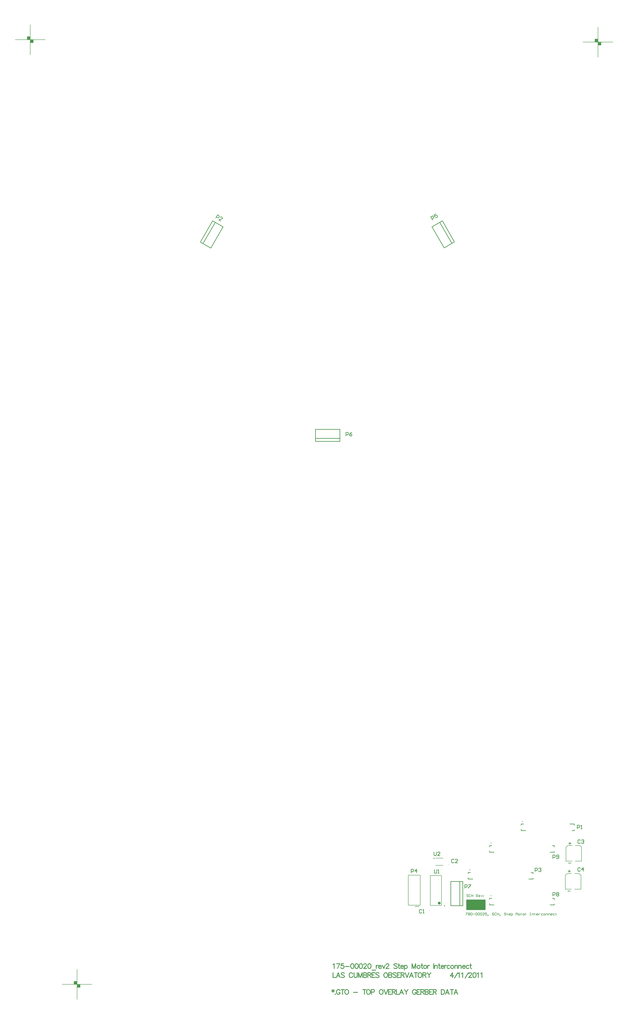
<source format=gto>
%FSLAX23Y23*%
%MOIN*%
G70*
G01*
G75*
G04 Layer_Color=65535*
%ADD10R,0.050X0.050*%
%ADD11R,0.022X0.085*%
%ADD12R,0.030X0.125*%
%ADD13O,0.069X0.012*%
%ADD14R,0.071X0.075*%
%ADD15O,0.024X0.010*%
%ADD16R,0.050X0.050*%
%ADD17C,0.010*%
%ADD18C,0.025*%
%ADD19C,0.030*%
%ADD20C,0.020*%
%ADD21C,0.005*%
%ADD22C,0.012*%
%ADD23C,0.008*%
%ADD24C,0.012*%
%ADD25C,0.012*%
%ADD26R,0.059X0.059*%
%ADD27C,0.059*%
%ADD28P,0.084X4X285.0*%
%ADD29C,0.047*%
%ADD30C,0.024*%
%ADD31R,0.059X0.059*%
%ADD32P,0.084X4X165.0*%
%ADD33C,0.134*%
%ADD34C,0.030*%
%ADD35C,0.050*%
%ADD36C,0.075*%
%ADD37C,0.010*%
%ADD38C,0.010*%
%ADD39C,0.024*%
%ADD40C,0.008*%
%ADD41C,0.007*%
%ADD42R,0.323X0.177*%
D17*
X41339Y21494D02*
X41331D01*
X41339D01*
X42222Y22299D02*
X42214D01*
X42222D01*
X41694Y21939D02*
X41686D01*
X41694D01*
Y21064D02*
X41686D01*
X41694D01*
X36851Y31941D02*
X37054Y32292D01*
X37024Y31841D02*
X37227Y32192D01*
X36851Y31941D02*
X37024Y31841D01*
X37054Y32292D02*
X37227Y32192D01*
X36894Y31916D02*
X37097Y32267D01*
X42390Y21356D02*
X42390Y21341D01*
Y21427D02*
Y21451D01*
X41311Y21341D02*
Y21364D01*
Y21431D02*
Y21451D01*
X41350D01*
X42358D02*
X42390D01*
X42319Y21341D02*
X42390D01*
X41311D02*
X41386D01*
X43076Y22146D02*
Y22161D01*
Y22232D02*
Y22256D01*
X42194Y22146D02*
Y22169D01*
Y22236D02*
Y22256D01*
X42234D01*
X43005D02*
X43076D01*
X43041Y22146D02*
X43076D01*
X42194D02*
X42269D01*
X42745Y21786D02*
Y21801D01*
Y21872D02*
Y21896D01*
X41666Y21809D02*
X41666Y21786D01*
Y21876D02*
Y21896D01*
X41705D01*
X42713D02*
X42745D01*
X42674Y21786D02*
X42745D01*
X41666D02*
X41741D01*
X42745Y20911D02*
X42745Y20926D01*
X42745Y20997D02*
Y21021D01*
X41666Y20934D02*
X41666Y20911D01*
X41666Y21001D02*
Y21021D01*
X41705Y21021D01*
X42713D02*
X42745D01*
X42674Y20911D02*
X42745D01*
X41666D02*
X41741D01*
X41220Y20896D02*
Y21301D01*
X41020Y20896D02*
Y21301D01*
X41220D01*
X41020Y20896D02*
X41220D01*
X41170D02*
Y21301D01*
X38768Y28624D02*
X39173D01*
X38768Y28824D02*
X39173D01*
Y28624D02*
Y28824D01*
X38768D02*
X38768Y28624D01*
Y28674D02*
X39173D01*
X40879Y32292D02*
X41082Y31942D01*
X40706Y32192D02*
X40909Y31842D01*
X40706Y32192D02*
X40879Y32292D01*
X40909Y31842D02*
X41082Y31942D01*
X40836Y32267D02*
X41039Y31917D01*
X40536Y20824D02*
X40526Y20834D01*
X40506D01*
X40496Y20824D01*
Y20784D01*
X40506Y20774D01*
X40526D01*
X40536Y20784D01*
X40556Y20774D02*
X40576D01*
X40566D01*
Y20834D01*
X40556Y20824D01*
X41074Y21658D02*
X41064Y21668D01*
X41044D01*
X41034Y21658D01*
Y21618D01*
X41044Y21608D01*
X41064D01*
X41074Y21618D01*
X41134Y21608D02*
X41094D01*
X41134Y21648D01*
Y21658D01*
X41124Y21668D01*
X41104D01*
X41094Y21658D01*
X43176Y21984D02*
X43166Y21994D01*
X43146D01*
X43136Y21984D01*
Y21944D01*
X43146Y21934D01*
X43166D01*
X43176Y21944D01*
X43196Y21984D02*
X43206Y21994D01*
X43226D01*
X43236Y21984D01*
Y21974D01*
X43226Y21964D01*
X43216D01*
X43226D01*
X43236Y21954D01*
Y21944D01*
X43226Y21934D01*
X43206D01*
X43196Y21944D01*
X43176Y21520D02*
X43166Y21530D01*
X43146D01*
X43136Y21520D01*
Y21480D01*
X43146Y21470D01*
X43166D01*
X43176Y21480D01*
X43226Y21470D02*
Y21530D01*
X43196Y21500D01*
X43236D01*
X43126Y22175D02*
Y22235D01*
X43156D01*
X43166Y22225D01*
Y22205D01*
X43156Y22195D01*
X43126D01*
X43186Y22175D02*
X43206D01*
X43196D01*
Y22235D01*
X43186Y22225D01*
X37106Y32341D02*
X37136Y32393D01*
X37162Y32378D01*
X37165Y32364D01*
X37155Y32347D01*
X37142Y32343D01*
X37116Y32358D01*
X37192Y32291D02*
X37157Y32311D01*
X37212Y32326D01*
X37217Y32334D01*
X37213Y32348D01*
X37196Y32358D01*
X37182Y32354D01*
X42423Y21463D02*
Y21523D01*
X42453D01*
X42463Y21513D01*
Y21493D01*
X42453Y21483D01*
X42423D01*
X42483Y21513D02*
X42493Y21523D01*
X42513D01*
X42523Y21513D01*
Y21503D01*
X42513Y21493D01*
X42503D01*
X42513D01*
X42523Y21483D01*
Y21473D01*
X42513Y21463D01*
X42493D01*
X42483Y21473D01*
X40362Y21442D02*
Y21502D01*
X40392D01*
X40402Y21492D01*
Y21472D01*
X40392Y21462D01*
X40362D01*
X40452Y21442D02*
Y21502D01*
X40422Y21472D01*
X40462D01*
X40718Y32307D02*
X40688Y32359D01*
X40714Y32374D01*
X40727Y32370D01*
X40737Y32353D01*
X40734Y32339D01*
X40708Y32324D01*
X40774Y32409D02*
X40740Y32389D01*
X40755Y32363D01*
X40767Y32382D01*
X40775Y32387D01*
X40789Y32383D01*
X40799Y32366D01*
X40795Y32352D01*
X40778Y32342D01*
X40764Y32346D01*
X39275Y28712D02*
Y28772D01*
X39305D01*
X39315Y28762D01*
Y28742D01*
X39305Y28732D01*
X39275D01*
X39375Y28772D02*
X39355Y28762D01*
X39335Y28742D01*
Y28722D01*
X39345Y28712D01*
X39365D01*
X39375Y28722D01*
Y28732D01*
X39365Y28742D01*
X39335D01*
X41253Y21185D02*
Y21245D01*
X41283D01*
X41293Y21235D01*
Y21215D01*
X41283Y21205D01*
X41253D01*
X41313Y21245D02*
X41353D01*
Y21235D01*
X41313Y21195D01*
Y21185D01*
X42721Y21055D02*
Y21115D01*
X42751D01*
X42761Y21105D01*
Y21085D01*
X42751Y21075D01*
X42721D01*
X42781Y21105D02*
X42791Y21115D01*
X42811D01*
X42821Y21105D01*
Y21095D01*
X42811Y21085D01*
X42821Y21075D01*
Y21065D01*
X42811Y21055D01*
X42791D01*
X42781Y21065D01*
Y21075D01*
X42791Y21085D01*
X42781Y21095D01*
Y21105D01*
X42791Y21085D02*
X42811D01*
X42719Y21679D02*
Y21739D01*
X42749D01*
X42759Y21729D01*
Y21709D01*
X42749Y21699D01*
X42719D01*
X42779Y21689D02*
X42789Y21679D01*
X42809D01*
X42819Y21689D01*
Y21729D01*
X42809Y21739D01*
X42789D01*
X42779Y21729D01*
Y21719D01*
X42789Y21709D01*
X42819D01*
X40746Y21495D02*
Y21445D01*
X40756Y21435D01*
X40776D01*
X40786Y21445D01*
Y21495D01*
X40806Y21435D02*
X40826D01*
X40816D01*
Y21495D01*
X40806Y21485D01*
X40742Y21791D02*
Y21741D01*
X40752Y21731D01*
X40772D01*
X40782Y21741D01*
Y21791D01*
X40842Y21731D02*
X40802D01*
X40842Y21771D01*
Y21781D01*
X40832Y21791D01*
X40812D01*
X40802Y21781D01*
X43020Y21606D02*
X42980D01*
X43023Y21933D02*
X42983D01*
X43003Y21913D02*
Y21953D01*
X43010Y21141D02*
X42970D01*
X43013Y21468D02*
X42973D01*
X42993Y21448D02*
Y21488D01*
D21*
X41313Y21076D02*
X41306Y21083D01*
X41293D01*
X41286Y21076D01*
Y21070D01*
X41293Y21063D01*
X41306D01*
X41313Y21056D01*
Y21050D01*
X41306Y21043D01*
X41293D01*
X41286Y21050D01*
X41352Y21076D02*
X41346Y21083D01*
X41332D01*
X41326Y21076D01*
Y21050D01*
X41332Y21043D01*
X41346D01*
X41352Y21050D01*
X41366Y21083D02*
Y21043D01*
Y21063D01*
X41392D01*
Y21083D01*
Y21043D01*
X41446D02*
Y21083D01*
X41466D01*
X41472Y21076D01*
Y21063D01*
X41466Y21056D01*
X41446D01*
X41459D02*
X41472Y21043D01*
X41506D02*
X41492D01*
X41486Y21050D01*
Y21063D01*
X41492Y21070D01*
X41506D01*
X41512Y21063D01*
Y21056D01*
X41486D01*
X41526Y21070D02*
X41539Y21043D01*
X41552Y21070D01*
X41566D02*
X41572D01*
Y21063D01*
X41566D01*
Y21070D01*
Y21050D02*
X41572D01*
Y21043D01*
X41566D01*
Y21050D01*
X41274Y20776D02*
X41301D01*
Y20769D01*
X41274Y20742D01*
Y20736D01*
X41314Y20769D02*
X41321Y20776D01*
X41334D01*
X41341Y20769D01*
Y20762D01*
X41334Y20756D01*
X41341Y20749D01*
Y20742D01*
X41334Y20736D01*
X41321D01*
X41314Y20742D01*
Y20749D01*
X41321Y20756D01*
X41314Y20762D01*
Y20769D01*
X41321Y20756D02*
X41334D01*
X41354Y20769D02*
X41361Y20776D01*
X41374D01*
X41381Y20769D01*
Y20742D01*
X41374Y20736D01*
X41361D01*
X41354Y20742D01*
Y20769D01*
X41394Y20756D02*
X41421D01*
X41434Y20769D02*
X41441Y20776D01*
X41454D01*
X41461Y20769D01*
Y20742D01*
X41454Y20736D01*
X41441D01*
X41434Y20742D01*
Y20769D01*
X41474D02*
X41481Y20776D01*
X41494D01*
X41501Y20769D01*
Y20742D01*
X41494Y20736D01*
X41481D01*
X41474Y20742D01*
Y20769D01*
X41514D02*
X41521Y20776D01*
X41534D01*
X41541Y20769D01*
Y20742D01*
X41534Y20736D01*
X41521D01*
X41514Y20742D01*
Y20769D01*
X41581Y20736D02*
X41554D01*
X41581Y20762D01*
Y20769D01*
X41574Y20776D01*
X41561D01*
X41554Y20769D01*
X41621Y20776D02*
X41594D01*
Y20756D01*
X41607Y20762D01*
X41614D01*
X41621Y20756D01*
Y20742D01*
X41614Y20736D01*
X41601D01*
X41594Y20742D01*
X41641Y20729D02*
X41647Y20736D01*
Y20742D01*
X41641D01*
Y20736D01*
X41647D01*
X41641Y20729D01*
X41634Y20722D01*
X41741Y20769D02*
X41734Y20776D01*
X41721D01*
X41714Y20769D01*
Y20762D01*
X41721Y20756D01*
X41734D01*
X41741Y20749D01*
Y20742D01*
X41734Y20736D01*
X41721D01*
X41714Y20742D01*
X41781Y20769D02*
X41774Y20776D01*
X41761D01*
X41754Y20769D01*
Y20742D01*
X41761Y20736D01*
X41774D01*
X41781Y20742D01*
X41794Y20776D02*
Y20736D01*
Y20756D01*
X41821D01*
Y20776D01*
Y20736D01*
X41841Y20729D02*
X41847Y20736D01*
Y20742D01*
X41841D01*
Y20736D01*
X41847D01*
X41841Y20729D01*
X41834Y20722D01*
X41940Y20769D02*
X41934Y20776D01*
X41920D01*
X41914Y20769D01*
Y20762D01*
X41920Y20756D01*
X41934D01*
X41940Y20749D01*
Y20742D01*
X41934Y20736D01*
X41920D01*
X41914Y20742D01*
X41960Y20769D02*
Y20762D01*
X41954D01*
X41967D01*
X41960D01*
Y20742D01*
X41967Y20736D01*
X42007D02*
X41994D01*
X41987Y20742D01*
Y20756D01*
X41994Y20762D01*
X42007D01*
X42014Y20756D01*
Y20749D01*
X41987D01*
X42027Y20722D02*
Y20762D01*
X42047D01*
X42054Y20756D01*
Y20742D01*
X42047Y20736D01*
X42027D01*
X42107D02*
Y20776D01*
X42120Y20762D01*
X42134Y20776D01*
Y20736D01*
X42154D02*
X42167D01*
X42174Y20742D01*
Y20756D01*
X42167Y20762D01*
X42154D01*
X42147Y20756D01*
Y20742D01*
X42154Y20736D01*
X42194Y20769D02*
Y20762D01*
X42187D01*
X42200D01*
X42194D01*
Y20742D01*
X42200Y20736D01*
X42227D02*
X42240D01*
X42247Y20742D01*
Y20756D01*
X42240Y20762D01*
X42227D01*
X42220Y20756D01*
Y20742D01*
X42227Y20736D01*
X42260Y20762D02*
Y20736D01*
Y20749D01*
X42267Y20756D01*
X42274Y20762D01*
X42280D01*
X42340Y20776D02*
X42354D01*
X42347D01*
Y20736D01*
X42340D01*
X42354D01*
X42374D02*
Y20762D01*
X42394D01*
X42400Y20756D01*
Y20736D01*
X42420Y20769D02*
Y20762D01*
X42414D01*
X42427D01*
X42420D01*
Y20742D01*
X42427Y20736D01*
X42467D02*
X42454D01*
X42447Y20742D01*
Y20756D01*
X42454Y20762D01*
X42467D01*
X42474Y20756D01*
Y20749D01*
X42447D01*
X42487Y20762D02*
Y20736D01*
Y20749D01*
X42494Y20756D01*
X42500Y20762D01*
X42507D01*
X42554D02*
X42534D01*
X42527Y20756D01*
Y20742D01*
X42534Y20736D01*
X42554D01*
X42574D02*
X42587D01*
X42594Y20742D01*
Y20756D01*
X42587Y20762D01*
X42574D01*
X42567Y20756D01*
Y20742D01*
X42574Y20736D01*
X42607D02*
Y20762D01*
X42627D01*
X42634Y20756D01*
Y20736D01*
X42647D02*
Y20762D01*
X42667D01*
X42674Y20756D01*
Y20736D01*
X42707D02*
X42694D01*
X42687Y20742D01*
Y20756D01*
X42694Y20762D01*
X42707D01*
X42714Y20756D01*
Y20749D01*
X42687D01*
X42754Y20762D02*
X42734D01*
X42727Y20756D01*
Y20742D01*
X42734Y20736D01*
X42754D01*
X42774Y20769D02*
Y20762D01*
X42767D01*
X42780D01*
X42774D01*
Y20742D01*
X42780Y20736D01*
D22*
X39060Y19499D02*
Y19453D01*
X39041Y19488D02*
X39079Y19465D01*
Y19488D02*
X39041Y19465D01*
X39099Y19427D02*
X39095Y19423D01*
X39099Y19419D01*
X39103Y19423D01*
X39099Y19427D01*
X39177Y19480D02*
X39173Y19488D01*
X39166Y19495D01*
X39158Y19499D01*
X39143D01*
X39135Y19495D01*
X39128Y19488D01*
X39124Y19480D01*
X39120Y19469D01*
Y19450D01*
X39124Y19438D01*
X39128Y19431D01*
X39135Y19423D01*
X39143Y19419D01*
X39158D01*
X39166Y19423D01*
X39173Y19431D01*
X39177Y19438D01*
Y19450D01*
X39158D02*
X39177D01*
X39222Y19499D02*
Y19419D01*
X39196Y19499D02*
X39249D01*
X39281D02*
X39274Y19495D01*
X39266Y19488D01*
X39262Y19480D01*
X39258Y19469D01*
Y19450D01*
X39262Y19438D01*
X39266Y19431D01*
X39274Y19423D01*
X39281Y19419D01*
X39297D01*
X39304Y19423D01*
X39312Y19431D01*
X39316Y19438D01*
X39319Y19450D01*
Y19469D01*
X39316Y19480D01*
X39312Y19488D01*
X39304Y19495D01*
X39297Y19499D01*
X39281D01*
X39401Y19453D02*
X39469D01*
X39583Y19499D02*
Y19419D01*
X39556Y19499D02*
X39609D01*
X39642D02*
X39634Y19495D01*
X39626Y19488D01*
X39623Y19480D01*
X39619Y19469D01*
Y19450D01*
X39623Y19438D01*
X39626Y19431D01*
X39634Y19423D01*
X39642Y19419D01*
X39657D01*
X39664Y19423D01*
X39672Y19431D01*
X39676Y19438D01*
X39680Y19450D01*
Y19469D01*
X39676Y19480D01*
X39672Y19488D01*
X39664Y19495D01*
X39657Y19499D01*
X39642D01*
X39698Y19457D02*
X39733D01*
X39744Y19461D01*
X39748Y19465D01*
X39752Y19472D01*
Y19484D01*
X39748Y19492D01*
X39744Y19495D01*
X39733Y19499D01*
X39698D01*
Y19419D01*
X39855Y19499D02*
X39848Y19495D01*
X39840Y19488D01*
X39836Y19480D01*
X39832Y19469D01*
Y19450D01*
X39836Y19438D01*
X39840Y19431D01*
X39848Y19423D01*
X39855Y19419D01*
X39870D01*
X39878Y19423D01*
X39886Y19431D01*
X39890Y19438D01*
X39893Y19450D01*
Y19469D01*
X39890Y19480D01*
X39886Y19488D01*
X39878Y19495D01*
X39870Y19499D01*
X39855D01*
X39912D02*
X39942Y19419D01*
X39973Y19499D02*
X39942Y19419D01*
X40033Y19499D02*
X39983D01*
Y19419D01*
X40033D01*
X39983Y19461D02*
X40014D01*
X40046Y19499D02*
Y19419D01*
Y19499D02*
X40080D01*
X40092Y19495D01*
X40096Y19492D01*
X40099Y19484D01*
Y19476D01*
X40096Y19469D01*
X40092Y19465D01*
X40080Y19461D01*
X40046D01*
X40073D02*
X40099Y19419D01*
X40117Y19499D02*
Y19419D01*
X40163D01*
X40233D02*
X40202Y19499D01*
X40172Y19419D01*
X40183Y19446D02*
X40221D01*
X40251Y19499D02*
X40282Y19461D01*
Y19419D01*
X40312Y19499D02*
X40282Y19461D01*
X40443Y19480D02*
X40439Y19488D01*
X40431Y19495D01*
X40424Y19499D01*
X40408D01*
X40401Y19495D01*
X40393Y19488D01*
X40389Y19480D01*
X40385Y19469D01*
Y19450D01*
X40389Y19438D01*
X40393Y19431D01*
X40401Y19423D01*
X40408Y19419D01*
X40424D01*
X40431Y19423D01*
X40439Y19431D01*
X40443Y19438D01*
Y19450D01*
X40424D02*
X40443D01*
X40510Y19499D02*
X40461D01*
Y19419D01*
X40510D01*
X40461Y19461D02*
X40491D01*
X40524Y19499D02*
Y19419D01*
Y19499D02*
X40558D01*
X40569Y19495D01*
X40573Y19492D01*
X40577Y19484D01*
Y19476D01*
X40573Y19469D01*
X40569Y19465D01*
X40558Y19461D01*
X40524D01*
X40550D02*
X40577Y19419D01*
X40595Y19499D02*
Y19419D01*
Y19499D02*
X40629D01*
X40641Y19495D01*
X40644Y19492D01*
X40648Y19484D01*
Y19476D01*
X40644Y19469D01*
X40641Y19465D01*
X40629Y19461D01*
X40595D02*
X40629D01*
X40641Y19457D01*
X40644Y19453D01*
X40648Y19446D01*
Y19434D01*
X40644Y19427D01*
X40641Y19423D01*
X40629Y19419D01*
X40595D01*
X40716Y19499D02*
X40666D01*
Y19419D01*
X40716D01*
X40666Y19461D02*
X40697D01*
X40729Y19499D02*
Y19419D01*
Y19499D02*
X40763D01*
X40775Y19495D01*
X40778Y19492D01*
X40782Y19484D01*
Y19476D01*
X40778Y19469D01*
X40775Y19465D01*
X40763Y19461D01*
X40729D01*
X40756D02*
X40782Y19419D01*
X40863Y19499D02*
Y19419D01*
Y19499D02*
X40890D01*
X40901Y19495D01*
X40909Y19488D01*
X40913Y19480D01*
X40916Y19469D01*
Y19450D01*
X40913Y19438D01*
X40909Y19431D01*
X40901Y19423D01*
X40890Y19419D01*
X40863D01*
X40995D02*
X40965Y19499D01*
X40934Y19419D01*
X40946Y19446D02*
X40984D01*
X41041Y19499D02*
Y19419D01*
X41014Y19499D02*
X41067D01*
X41138Y19419D02*
X41107Y19499D01*
X41077Y19419D01*
X41088Y19446D02*
X41126D01*
D23*
X40484Y20874D02*
Y20890D01*
Y20882D01*
X40434D01*
X40443Y20874D01*
X43223Y35265D02*
X43723D01*
X43473Y35015D02*
Y35515D01*
X43423Y35265D02*
Y35315D01*
X43473D01*
X43523Y35215D02*
Y35265D01*
X43473Y35215D02*
X43523D01*
X43478Y35260D02*
X43518D01*
Y35220D02*
Y35260D01*
X43478Y35220D02*
X43518D01*
X43478D02*
Y35260D01*
X43483Y35255D02*
X43513D01*
Y35225D02*
Y35255D01*
X43483Y35225D02*
X43513D01*
X43483D02*
Y35250D01*
X43488D02*
X43508D01*
Y35230D02*
Y35250D01*
X43488Y35230D02*
X43508D01*
X43488D02*
Y35245D01*
X43493D02*
X43503D01*
Y35235D02*
Y35245D01*
X43493Y35235D02*
X43503D01*
X43493D02*
Y35245D01*
Y35240D02*
X43503D01*
X43428Y35310D02*
X43468D01*
Y35270D02*
Y35310D01*
X43428Y35270D02*
X43468D01*
X43428D02*
Y35310D01*
X43433Y35305D02*
X43463D01*
Y35275D02*
Y35305D01*
X43433Y35275D02*
X43463D01*
X43433D02*
Y35300D01*
X43438D02*
X43458D01*
Y35280D02*
Y35300D01*
X43438Y35280D02*
X43458D01*
X43438D02*
Y35295D01*
X43443D02*
X43453D01*
Y35285D02*
Y35295D01*
X43443Y35285D02*
X43453D01*
X43443D02*
Y35295D01*
Y35290D02*
X43453D01*
X34548Y19586D02*
X35048D01*
X34798Y19336D02*
Y19836D01*
X34748Y19586D02*
Y19636D01*
X34798D01*
X34848Y19536D02*
Y19586D01*
X34798Y19536D02*
X34848D01*
X34803Y19581D02*
X34843D01*
Y19541D02*
Y19581D01*
X34803Y19541D02*
X34843D01*
X34803D02*
Y19581D01*
X34808Y19576D02*
X34838D01*
Y19546D02*
Y19576D01*
X34808Y19546D02*
X34838D01*
X34808D02*
Y19571D01*
X34813D02*
X34833D01*
Y19551D02*
Y19571D01*
X34813Y19551D02*
X34833D01*
X34813D02*
Y19566D01*
X34818D02*
X34828D01*
Y19556D02*
Y19566D01*
X34818Y19556D02*
X34828D01*
X34818D02*
Y19566D01*
Y19561D02*
X34828D01*
X34753Y19631D02*
X34793D01*
Y19591D02*
Y19631D01*
X34753Y19591D02*
X34793D01*
X34753D02*
Y19631D01*
X34758Y19626D02*
X34788D01*
Y19596D02*
Y19626D01*
X34758Y19596D02*
X34788D01*
X34758D02*
Y19621D01*
X34763D02*
X34783D01*
Y19601D02*
Y19621D01*
X34763Y19601D02*
X34783D01*
X34763D02*
Y19616D01*
X34768D02*
X34778D01*
Y19606D02*
Y19616D01*
X34768Y19606D02*
X34778D01*
X34768D02*
Y19616D01*
Y19611D02*
X34778D01*
X33767Y35306D02*
X34267D01*
X34017Y35056D02*
Y35556D01*
X33967Y35306D02*
Y35356D01*
X34017D01*
X34067Y35256D02*
Y35306D01*
X34017Y35256D02*
X34067D01*
X34022Y35301D02*
X34062D01*
Y35261D02*
Y35301D01*
X34022Y35261D02*
X34062D01*
X34022D02*
Y35301D01*
X34027Y35296D02*
X34057D01*
Y35266D02*
Y35296D01*
X34027Y35266D02*
X34057D01*
X34027D02*
Y35291D01*
X34032D02*
X34052D01*
Y35271D02*
Y35291D01*
X34032Y35271D02*
X34052D01*
X34032D02*
Y35286D01*
X34037D02*
X34047D01*
Y35276D02*
Y35286D01*
X34037Y35276D02*
X34047D01*
X34037D02*
Y35286D01*
Y35281D02*
X34047D01*
X33972Y35351D02*
X34012D01*
Y35311D02*
Y35351D01*
X33972Y35311D02*
X34012D01*
X33972D02*
Y35351D01*
X33977Y35346D02*
X34007D01*
Y35316D02*
Y35346D01*
X33977Y35316D02*
X34007D01*
X33977D02*
Y35341D01*
X33982D02*
X34002D01*
Y35321D02*
Y35341D01*
X33982Y35321D02*
X34002D01*
X33982D02*
Y35336D01*
X33987D02*
X33997D01*
Y35326D02*
Y35336D01*
X33987Y35326D02*
X33997D01*
X33987D02*
Y35336D01*
Y35331D02*
X33997D01*
D24*
X39062Y19915D02*
X39069Y19918D01*
X39081Y19930D01*
Y19850D01*
X39174Y19930D02*
X39135Y19850D01*
X39120Y19930D02*
X39174D01*
X39237D02*
X39199D01*
X39195Y19895D01*
X39199Y19899D01*
X39211Y19903D01*
X39222D01*
X39233Y19899D01*
X39241Y19892D01*
X39245Y19880D01*
Y19873D01*
X39241Y19861D01*
X39233Y19854D01*
X39222Y19850D01*
X39211D01*
X39199Y19854D01*
X39195Y19857D01*
X39191Y19865D01*
X39263Y19884D02*
X39331D01*
X39378Y19930D02*
X39366Y19926D01*
X39359Y19915D01*
X39355Y19895D01*
Y19884D01*
X39359Y19865D01*
X39366Y19854D01*
X39378Y19850D01*
X39385D01*
X39397Y19854D01*
X39404Y19865D01*
X39408Y19884D01*
Y19895D01*
X39404Y19915D01*
X39397Y19926D01*
X39385Y19930D01*
X39378D01*
X39449D02*
X39438Y19926D01*
X39430Y19915D01*
X39426Y19895D01*
Y19884D01*
X39430Y19865D01*
X39438Y19854D01*
X39449Y19850D01*
X39457D01*
X39468Y19854D01*
X39476Y19865D01*
X39479Y19884D01*
Y19895D01*
X39476Y19915D01*
X39468Y19926D01*
X39457Y19930D01*
X39449D01*
X39520D02*
X39509Y19926D01*
X39501Y19915D01*
X39497Y19895D01*
Y19884D01*
X39501Y19865D01*
X39509Y19854D01*
X39520Y19850D01*
X39528D01*
X39539Y19854D01*
X39547Y19865D01*
X39551Y19884D01*
Y19895D01*
X39547Y19915D01*
X39539Y19926D01*
X39528Y19930D01*
X39520D01*
X39572Y19911D02*
Y19915D01*
X39576Y19922D01*
X39580Y19926D01*
X39588Y19930D01*
X39603D01*
X39610Y19926D01*
X39614Y19922D01*
X39618Y19915D01*
Y19907D01*
X39614Y19899D01*
X39607Y19888D01*
X39569Y19850D01*
X39622D01*
X39663Y19930D02*
X39651Y19926D01*
X39644Y19915D01*
X39640Y19895D01*
Y19884D01*
X39644Y19865D01*
X39651Y19854D01*
X39663Y19850D01*
X39670D01*
X39682Y19854D01*
X39689Y19865D01*
X39693Y19884D01*
Y19895D01*
X39689Y19915D01*
X39682Y19926D01*
X39670Y19930D01*
X39663D01*
X39711Y19823D02*
X39772D01*
X39782Y19903D02*
Y19850D01*
Y19880D02*
X39786Y19892D01*
X39794Y19899D01*
X39801Y19903D01*
X39813D01*
X39820Y19880D02*
X39866D01*
Y19888D01*
X39862Y19895D01*
X39858Y19899D01*
X39850Y19903D01*
X39839D01*
X39831Y19899D01*
X39824Y19892D01*
X39820Y19880D01*
Y19873D01*
X39824Y19861D01*
X39831Y19854D01*
X39839Y19850D01*
X39850D01*
X39858Y19854D01*
X39866Y19861D01*
X39883Y19903D02*
X39906Y19850D01*
X39928Y19903D02*
X39906Y19850D01*
X39945Y19911D02*
Y19915D01*
X39949Y19922D01*
X39953Y19926D01*
X39960Y19930D01*
X39976D01*
X39983Y19926D01*
X39987Y19922D01*
X39991Y19915D01*
Y19907D01*
X39987Y19899D01*
X39979Y19888D01*
X39941Y19850D01*
X39995D01*
X40129Y19918D02*
X40121Y19926D01*
X40110Y19930D01*
X40095D01*
X40083Y19926D01*
X40075Y19918D01*
Y19911D01*
X40079Y19903D01*
X40083Y19899D01*
X40091Y19895D01*
X40114Y19888D01*
X40121Y19884D01*
X40125Y19880D01*
X40129Y19873D01*
Y19861D01*
X40121Y19854D01*
X40110Y19850D01*
X40095D01*
X40083Y19854D01*
X40075Y19861D01*
X40158Y19930D02*
Y19865D01*
X40162Y19854D01*
X40170Y19850D01*
X40177D01*
X40147Y19903D02*
X40173D01*
X40189Y19880D02*
X40234D01*
Y19888D01*
X40230Y19895D01*
X40227Y19899D01*
X40219Y19903D01*
X40208D01*
X40200Y19899D01*
X40192Y19892D01*
X40189Y19880D01*
Y19873D01*
X40192Y19861D01*
X40200Y19854D01*
X40208Y19850D01*
X40219D01*
X40227Y19854D01*
X40234Y19861D01*
X40251Y19903D02*
Y19823D01*
Y19892D02*
X40259Y19899D01*
X40267Y19903D01*
X40278D01*
X40286Y19899D01*
X40293Y19892D01*
X40297Y19880D01*
Y19873D01*
X40293Y19861D01*
X40286Y19854D01*
X40278Y19850D01*
X40267D01*
X40259Y19854D01*
X40251Y19861D01*
X40377Y19930D02*
Y19850D01*
Y19930D02*
X40408Y19850D01*
X40438Y19930D02*
X40408Y19850D01*
X40438Y19930D02*
Y19850D01*
X40480Y19903D02*
X40472Y19899D01*
X40465Y19892D01*
X40461Y19880D01*
Y19873D01*
X40465Y19861D01*
X40472Y19854D01*
X40480Y19850D01*
X40491D01*
X40499Y19854D01*
X40507Y19861D01*
X40510Y19873D01*
Y19880D01*
X40507Y19892D01*
X40499Y19899D01*
X40491Y19903D01*
X40480D01*
X40539Y19930D02*
Y19865D01*
X40543Y19854D01*
X40551Y19850D01*
X40558D01*
X40528Y19903D02*
X40555D01*
X40589D02*
X40581Y19899D01*
X40574Y19892D01*
X40570Y19880D01*
Y19873D01*
X40574Y19861D01*
X40581Y19854D01*
X40589Y19850D01*
X40600D01*
X40608Y19854D01*
X40616Y19861D01*
X40619Y19873D01*
Y19880D01*
X40616Y19892D01*
X40608Y19899D01*
X40600Y19903D01*
X40589D01*
X40637D02*
Y19850D01*
Y19880D02*
X40641Y19892D01*
X40648Y19899D01*
X40656Y19903D01*
X40667D01*
X40737Y19930D02*
Y19850D01*
X40754Y19903D02*
Y19850D01*
Y19888D02*
X40766Y19899D01*
X40773Y19903D01*
X40785D01*
X40792Y19899D01*
X40796Y19888D01*
Y19850D01*
X40828Y19930D02*
Y19865D01*
X40832Y19854D01*
X40840Y19850D01*
X40848D01*
X40817Y19903D02*
X40844D01*
X40859Y19880D02*
X40905D01*
Y19888D01*
X40901Y19895D01*
X40897Y19899D01*
X40889Y19903D01*
X40878D01*
X40870Y19899D01*
X40863Y19892D01*
X40859Y19880D01*
Y19873D01*
X40863Y19861D01*
X40870Y19854D01*
X40878Y19850D01*
X40889D01*
X40897Y19854D01*
X40905Y19861D01*
X40922Y19903D02*
Y19850D01*
Y19880D02*
X40926Y19892D01*
X40933Y19899D01*
X40941Y19903D01*
X40952D01*
X41005Y19892D02*
X40998Y19899D01*
X40990Y19903D01*
X40979D01*
X40971Y19899D01*
X40963Y19892D01*
X40959Y19880D01*
Y19873D01*
X40963Y19861D01*
X40971Y19854D01*
X40979Y19850D01*
X40990D01*
X40998Y19854D01*
X41005Y19861D01*
X41041Y19903D02*
X41034Y19899D01*
X41026Y19892D01*
X41022Y19880D01*
Y19873D01*
X41026Y19861D01*
X41034Y19854D01*
X41041Y19850D01*
X41053D01*
X41060Y19854D01*
X41068Y19861D01*
X41072Y19873D01*
Y19880D01*
X41068Y19892D01*
X41060Y19899D01*
X41053Y19903D01*
X41041D01*
X41089D02*
Y19850D01*
Y19888D02*
X41101Y19899D01*
X41108Y19903D01*
X41120D01*
X41127Y19899D01*
X41131Y19888D01*
Y19850D01*
X41152Y19903D02*
Y19850D01*
Y19888D02*
X41164Y19899D01*
X41171Y19903D01*
X41183D01*
X41190Y19899D01*
X41194Y19888D01*
Y19850D01*
X41215Y19880D02*
X41261D01*
Y19888D01*
X41257Y19895D01*
X41253Y19899D01*
X41246Y19903D01*
X41234D01*
X41226Y19899D01*
X41219Y19892D01*
X41215Y19880D01*
Y19873D01*
X41219Y19861D01*
X41226Y19854D01*
X41234Y19850D01*
X41246D01*
X41253Y19854D01*
X41261Y19861D01*
X41324Y19892D02*
X41316Y19899D01*
X41308Y19903D01*
X41297D01*
X41289Y19899D01*
X41282Y19892D01*
X41278Y19880D01*
Y19873D01*
X41282Y19861D01*
X41289Y19854D01*
X41297Y19850D01*
X41308D01*
X41316Y19854D01*
X41324Y19861D01*
X41352Y19930D02*
Y19865D01*
X41356Y19854D01*
X41364Y19850D01*
X41371D01*
X41341Y19903D02*
X41367D01*
D25*
X39062Y19780D02*
Y19700D01*
X39107D01*
X39177D02*
X39147Y19780D01*
X39116Y19700D01*
X39127Y19726D02*
X39166D01*
X39249Y19768D02*
X39241Y19776D01*
X39230Y19780D01*
X39215D01*
X39203Y19776D01*
X39196Y19768D01*
Y19761D01*
X39199Y19753D01*
X39203Y19749D01*
X39211Y19745D01*
X39234Y19738D01*
X39241Y19734D01*
X39245Y19730D01*
X39249Y19723D01*
Y19711D01*
X39241Y19704D01*
X39230Y19700D01*
X39215D01*
X39203Y19704D01*
X39196Y19711D01*
X39387Y19761D02*
X39383Y19768D01*
X39375Y19776D01*
X39368Y19780D01*
X39353D01*
X39345Y19776D01*
X39337Y19768D01*
X39334Y19761D01*
X39330Y19749D01*
Y19730D01*
X39334Y19719D01*
X39337Y19711D01*
X39345Y19704D01*
X39353Y19700D01*
X39368D01*
X39375Y19704D01*
X39383Y19711D01*
X39387Y19719D01*
X39409Y19780D02*
Y19723D01*
X39413Y19711D01*
X39421Y19704D01*
X39432Y19700D01*
X39440D01*
X39451Y19704D01*
X39459Y19711D01*
X39463Y19723D01*
Y19780D01*
X39485D02*
Y19700D01*
Y19780D02*
X39515Y19700D01*
X39546Y19780D02*
X39515Y19700D01*
X39546Y19780D02*
Y19700D01*
X39569Y19780D02*
Y19700D01*
Y19780D02*
X39603D01*
X39614Y19776D01*
X39618Y19772D01*
X39622Y19764D01*
Y19757D01*
X39618Y19749D01*
X39614Y19745D01*
X39603Y19742D01*
X39569D02*
X39603D01*
X39614Y19738D01*
X39618Y19734D01*
X39622Y19726D01*
Y19715D01*
X39618Y19707D01*
X39614Y19704D01*
X39603Y19700D01*
X39569D01*
X39640Y19780D02*
Y19700D01*
Y19780D02*
X39674D01*
X39685Y19776D01*
X39689Y19772D01*
X39693Y19764D01*
Y19757D01*
X39689Y19749D01*
X39685Y19745D01*
X39674Y19742D01*
X39640D01*
X39666D02*
X39693Y19700D01*
X39760Y19780D02*
X39711D01*
Y19700D01*
X39760D01*
X39711Y19742D02*
X39741D01*
X39827Y19768D02*
X39820Y19776D01*
X39808Y19780D01*
X39793D01*
X39781Y19776D01*
X39774Y19768D01*
Y19761D01*
X39778Y19753D01*
X39781Y19749D01*
X39789Y19745D01*
X39812Y19738D01*
X39820Y19734D01*
X39823Y19730D01*
X39827Y19723D01*
Y19711D01*
X39820Y19704D01*
X39808Y19700D01*
X39793D01*
X39781Y19704D01*
X39774Y19711D01*
X39931Y19780D02*
X39923Y19776D01*
X39916Y19768D01*
X39912Y19761D01*
X39908Y19749D01*
Y19730D01*
X39912Y19719D01*
X39916Y19711D01*
X39923Y19704D01*
X39931Y19700D01*
X39946D01*
X39954Y19704D01*
X39961Y19711D01*
X39965Y19719D01*
X39969Y19730D01*
Y19749D01*
X39965Y19761D01*
X39961Y19768D01*
X39954Y19776D01*
X39946Y19780D01*
X39931D01*
X39987D02*
Y19700D01*
Y19780D02*
X40022D01*
X40033Y19776D01*
X40037Y19772D01*
X40041Y19764D01*
Y19757D01*
X40037Y19749D01*
X40033Y19745D01*
X40022Y19742D01*
X39987D02*
X40022D01*
X40033Y19738D01*
X40037Y19734D01*
X40041Y19726D01*
Y19715D01*
X40037Y19707D01*
X40033Y19704D01*
X40022Y19700D01*
X39987D01*
X40112Y19768D02*
X40104Y19776D01*
X40093Y19780D01*
X40078D01*
X40066Y19776D01*
X40059Y19768D01*
Y19761D01*
X40063Y19753D01*
X40066Y19749D01*
X40074Y19745D01*
X40097Y19738D01*
X40104Y19734D01*
X40108Y19730D01*
X40112Y19723D01*
Y19711D01*
X40104Y19704D01*
X40093Y19700D01*
X40078D01*
X40066Y19704D01*
X40059Y19711D01*
X40179Y19780D02*
X40130D01*
Y19700D01*
X40179D01*
X40130Y19742D02*
X40160D01*
X40193Y19780D02*
Y19700D01*
Y19780D02*
X40227D01*
X40238Y19776D01*
X40242Y19772D01*
X40246Y19764D01*
Y19757D01*
X40242Y19749D01*
X40238Y19745D01*
X40227Y19742D01*
X40193D01*
X40219D02*
X40246Y19700D01*
X40264Y19780D02*
X40294Y19700D01*
X40325Y19780D02*
X40294Y19700D01*
X40396D02*
X40366Y19780D01*
X40335Y19700D01*
X40347Y19726D02*
X40385D01*
X40441Y19780D02*
Y19700D01*
X40415Y19780D02*
X40468D01*
X40501D02*
X40493Y19776D01*
X40485Y19768D01*
X40481Y19761D01*
X40478Y19749D01*
Y19730D01*
X40481Y19719D01*
X40485Y19711D01*
X40493Y19704D01*
X40501Y19700D01*
X40516D01*
X40523Y19704D01*
X40531Y19711D01*
X40535Y19719D01*
X40539Y19730D01*
Y19749D01*
X40535Y19761D01*
X40531Y19768D01*
X40523Y19776D01*
X40516Y19780D01*
X40501D01*
X40557D02*
Y19700D01*
Y19780D02*
X40592D01*
X40603Y19776D01*
X40607Y19772D01*
X40611Y19764D01*
Y19757D01*
X40607Y19749D01*
X40603Y19745D01*
X40592Y19742D01*
X40557D01*
X40584D02*
X40611Y19700D01*
X40629Y19780D02*
X40659Y19742D01*
Y19700D01*
X40689Y19780D02*
X40659Y19742D01*
X41052Y19780D02*
X41014Y19726D01*
X41071D01*
X41052Y19780D02*
Y19700D01*
X41085Y19688D02*
X41138Y19780D01*
X41144Y19764D02*
X41151Y19768D01*
X41163Y19780D01*
Y19700D01*
X41202Y19764D02*
X41210Y19768D01*
X41222Y19780D01*
Y19700D01*
X41261Y19688D02*
X41314Y19780D01*
X41324Y19761D02*
Y19764D01*
X41327Y19772D01*
X41331Y19776D01*
X41339Y19780D01*
X41354D01*
X41362Y19776D01*
X41365Y19772D01*
X41369Y19764D01*
Y19757D01*
X41365Y19749D01*
X41358Y19738D01*
X41320Y19700D01*
X41373D01*
X41414Y19780D02*
X41402Y19776D01*
X41395Y19764D01*
X41391Y19745D01*
Y19734D01*
X41395Y19715D01*
X41402Y19704D01*
X41414Y19700D01*
X41421D01*
X41433Y19704D01*
X41441Y19715D01*
X41444Y19734D01*
Y19745D01*
X41441Y19764D01*
X41433Y19776D01*
X41421Y19780D01*
X41414D01*
X41462Y19764D02*
X41470Y19768D01*
X41481Y19780D01*
Y19700D01*
X41521Y19764D02*
X41528Y19768D01*
X41540Y19780D01*
Y19700D01*
D37*
X40667Y20816D02*
D03*
X40986Y21579D02*
D03*
D38*
X40922Y20895D02*
X40914Y20899D01*
Y20890D01*
X40922Y20895D01*
X40747Y21685D02*
X40739Y21690D01*
Y21681D01*
X40747Y21685D01*
D39*
X40839Y20940D02*
X40835Y20949D01*
X40825Y20951D01*
X40817Y20945D01*
Y20935D01*
X40825Y20928D01*
X40835Y20931D01*
X40839Y20940D01*
D40*
X40314Y21404D02*
X40514D01*
X40314Y20904D02*
X40514D01*
X40314D02*
Y21404D01*
X40514Y20904D02*
Y21404D01*
X40867Y21397D02*
X40867Y20900D01*
X40682D02*
Y21397D01*
Y20900D02*
X40867D01*
X40682Y21397D02*
X40867D01*
X40771Y21687D02*
X40894D01*
X40771Y21686D02*
Y21687D01*
Y21565D02*
Y21566D01*
Y21565D02*
X40894D01*
Y21566D01*
Y21686D02*
Y21687D01*
D41*
X42940Y21636D02*
X43045D01*
X43095D02*
X43200D01*
Y21866D01*
X43170Y21896D02*
X43200Y21866D01*
X43095Y21896D02*
X43170D01*
X42970D02*
X43045D01*
X42940Y21866D02*
X42970Y21896D01*
X42940Y21636D02*
Y21866D01*
X42930Y21171D02*
X43035D01*
X43085D02*
X43190D01*
Y21401D01*
X43160Y21431D02*
X43190Y21401D01*
X43085Y21431D02*
X43160D01*
X42960D02*
X43035D01*
X42930Y21401D02*
X42960Y21431D01*
X42930Y21171D02*
Y21401D01*
D42*
X41439Y20911D02*
D03*
M02*

</source>
